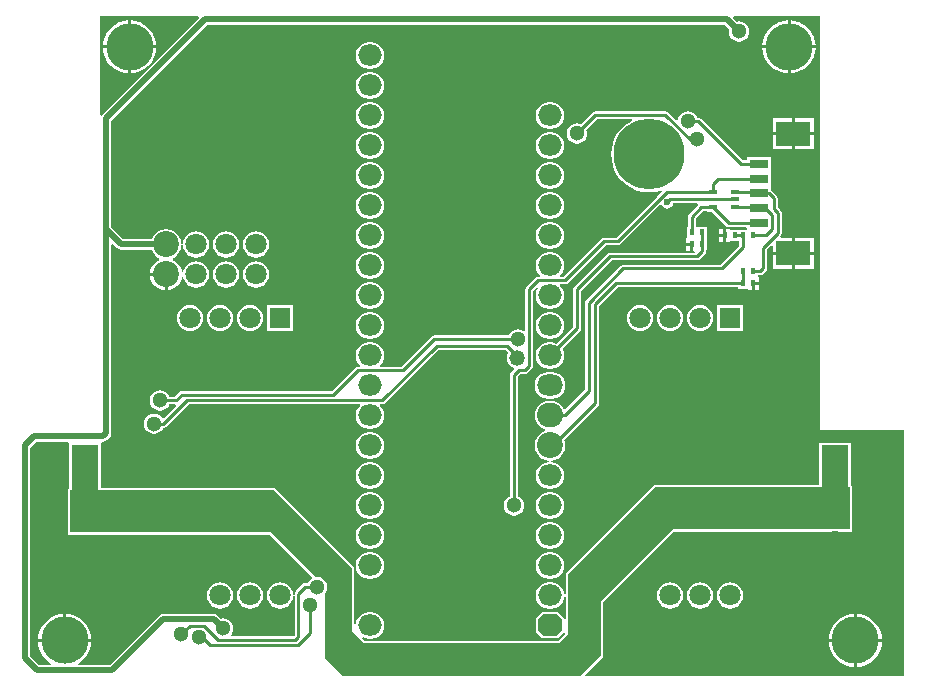
<source format=gtl>
G04*
G04 #@! TF.GenerationSoftware,Altium Limited,Altium NEXUS,1.0.11 (97)*
G04*
G04 Layer_Physical_Order=1*
G04 Layer_Color=255*
%FSLAX25Y25*%
%MOIN*%
G70*
G01*
G75*
%ADD10R,0.01772X0.02165*%
%ADD11R,0.02559X0.01575*%
%ADD12R,0.06299X0.03150*%
%ADD13R,0.11811X0.08268*%
%ADD14R,0.09055X0.18504*%
%ADD15C,0.01000*%
%ADD16C,0.01968*%
%ADD17C,0.08661*%
%ADD18C,0.07087*%
%ADD19C,0.23622*%
%ADD20R,0.07087X0.07087*%
%ADD21O,0.07874X0.07087*%
%ADD22O,0.08661X0.07087*%
%ADD23O,0.08661X0.08268*%
G04:AMPARAMS|DCode=24|XSize=78.74mil|YSize=70.87mil|CornerRadius=0mil|HoleSize=0mil|Usage=FLASHONLY|Rotation=180.000|XOffset=0mil|YOffset=0mil|HoleType=Round|Shape=Octagon|*
%AMOCTAGOND24*
4,1,8,-0.03937,0.01772,-0.03937,-0.01772,-0.02165,-0.03543,0.02165,-0.03543,0.03937,-0.01772,0.03937,0.01772,0.02165,0.03543,-0.02165,0.03543,-0.03937,0.01772,0.0*
%
%ADD24OCTAGOND24*%

%ADD25C,0.15748*%
%ADD26C,0.05197*%
%ADD27C,0.05118*%
%ADD28C,0.02362*%
G36*
X120000Y70000D02*
X148000D01*
Y-12000D01*
X41789D01*
X41597Y-11538D01*
X47568Y-5568D01*
X47742Y-5307D01*
X47803Y-5000D01*
Y12667D01*
X71333Y36197D01*
X123767D01*
X123819Y36208D01*
X123872Y36204D01*
X125000Y36353D01*
X126128Y36204D01*
X126181Y36208D01*
X126233Y36197D01*
X130000D01*
X130307Y36258D01*
X130568Y36432D01*
X130742Y36693D01*
X130803Y37000D01*
Y51000D01*
X130742Y51307D01*
X130568Y51568D01*
X130315Y51737D01*
Y65847D01*
X119685D01*
Y51803D01*
X65000D01*
X64693Y51742D01*
X64432Y51568D01*
X64432Y51568D01*
X35432Y22568D01*
X35258Y22307D01*
X35197Y22000D01*
Y15524D01*
X34697Y15491D01*
X34613Y16130D01*
X34177Y17184D01*
X33482Y18089D01*
X32578Y18783D01*
X31524Y19219D01*
X30394Y19368D01*
X29606D01*
X28476Y19219D01*
X27422Y18783D01*
X26518Y18089D01*
X25823Y17184D01*
X25387Y16130D01*
X25238Y15000D01*
X25387Y13870D01*
X25823Y12816D01*
X26518Y11911D01*
X27422Y11217D01*
X28476Y10781D01*
X29606Y10632D01*
X30394D01*
X31524Y10781D01*
X32578Y11217D01*
X33482Y11911D01*
X34177Y12816D01*
X34613Y13870D01*
X34697Y14509D01*
X35197Y14477D01*
Y7231D01*
X34697Y7193D01*
X32559Y9331D01*
X27441D01*
X25276Y7165D01*
Y2835D01*
X27441Y669D01*
X32559D01*
X34576Y2686D01*
X35097Y2565D01*
X35137Y2272D01*
X32667Y-197D01*
X-31668D01*
X-32514Y650D01*
X-32231Y1073D01*
X-31524Y781D01*
X-30394Y632D01*
X-29606D01*
X-28476Y781D01*
X-27422Y1217D01*
X-26518Y1911D01*
X-25823Y2816D01*
X-25387Y3870D01*
X-25238Y5000D01*
X-25387Y6131D01*
X-25823Y7184D01*
X-26518Y8089D01*
X-27422Y8783D01*
X-28476Y9219D01*
X-29606Y9368D01*
X-30394D01*
X-31524Y9219D01*
X-32578Y8783D01*
X-33482Y8089D01*
X-34177Y7184D01*
X-34613Y6131D01*
X-34697Y5491D01*
X-35197Y5523D01*
Y24000D01*
X-35258Y24307D01*
X-35432Y24568D01*
X-35432Y24568D01*
X-61432Y50568D01*
X-61693Y50742D01*
X-62000Y50803D01*
X-119685D01*
Y65847D01*
X-119329Y66194D01*
X-119000D01*
X-118309Y66331D01*
X-117723Y66723D01*
X-116723Y67723D01*
X-116331Y68309D01*
X-116194Y69000D01*
Y131986D01*
X-115732Y132177D01*
X-114277Y130723D01*
X-113691Y130331D01*
X-113000Y130194D01*
X-102792D01*
X-102471Y129419D01*
X-101650Y128350D01*
X-100581Y127529D01*
X-100185Y127365D01*
Y126865D01*
X-100688Y126656D01*
X-101802Y125802D01*
X-102656Y124688D01*
X-103193Y123392D01*
X-103311Y122500D01*
X-98000D01*
Y122000D01*
X-97500D01*
Y116689D01*
X-96608Y116806D01*
X-95312Y117344D01*
X-94198Y118198D01*
X-93344Y119312D01*
X-92807Y120608D01*
X-92748Y121054D01*
X-92243D01*
X-92219Y120870D01*
X-91783Y119816D01*
X-91089Y118911D01*
X-90184Y118217D01*
X-89131Y117781D01*
X-88000Y117632D01*
X-86870Y117781D01*
X-85816Y118217D01*
X-84911Y118911D01*
X-84217Y119816D01*
X-83781Y120870D01*
X-83632Y122000D01*
X-83781Y123131D01*
X-84217Y124184D01*
X-84911Y125089D01*
X-85816Y125783D01*
X-86870Y126219D01*
X-88000Y126368D01*
X-89131Y126219D01*
X-90184Y125783D01*
X-91089Y125089D01*
X-91783Y124184D01*
X-92219Y123131D01*
X-92243Y122946D01*
X-92748D01*
X-92807Y123392D01*
X-93344Y124688D01*
X-94198Y125802D01*
X-95312Y126656D01*
X-95815Y126865D01*
Y127365D01*
X-95419Y127529D01*
X-94350Y128350D01*
X-93529Y129419D01*
X-93014Y130664D01*
X-92885Y131644D01*
X-92855Y131868D01*
X-92351D01*
X-92321Y131644D01*
X-92219Y130869D01*
X-91783Y129816D01*
X-91089Y128911D01*
X-90184Y128217D01*
X-89131Y127781D01*
X-88000Y127632D01*
X-86870Y127781D01*
X-85816Y128217D01*
X-84911Y128911D01*
X-84217Y129816D01*
X-83781Y130869D01*
X-83632Y132000D01*
X-83781Y133131D01*
X-84217Y134184D01*
X-84911Y135089D01*
X-85816Y135783D01*
X-86870Y136219D01*
X-88000Y136368D01*
X-89131Y136219D01*
X-90184Y135783D01*
X-91089Y135089D01*
X-91783Y134184D01*
X-92219Y133131D01*
X-92321Y132356D01*
X-92351Y132132D01*
X-92855D01*
X-92885Y132356D01*
X-93014Y133336D01*
X-93529Y134581D01*
X-94350Y135650D01*
X-95419Y136471D01*
X-96664Y136986D01*
X-98000Y137162D01*
X-99336Y136986D01*
X-100581Y136471D01*
X-101650Y135650D01*
X-102471Y134581D01*
X-102792Y133806D01*
X-112252D01*
X-116194Y137748D01*
Y173252D01*
X-84252Y205194D01*
X88252D01*
X89720Y203725D01*
X89625Y203000D01*
X89740Y202126D01*
X90077Y201312D01*
X90613Y200613D01*
X91312Y200077D01*
X92126Y199740D01*
X93000Y199625D01*
X93874Y199740D01*
X94688Y200077D01*
X95387Y200613D01*
X95923Y201312D01*
X96260Y202126D01*
X96375Y203000D01*
X96260Y203874D01*
X95923Y204688D01*
X95387Y205387D01*
X94688Y205923D01*
X93874Y206260D01*
X93000Y206375D01*
X92275Y206280D01*
X91017Y207538D01*
X91208Y208000D01*
X120000D01*
Y70000D01*
D02*
G37*
G36*
X-87016Y207538D02*
X-119277Y175277D01*
X-119500Y174944D01*
X-120000Y175096D01*
Y208000D01*
X-87208D01*
X-87016Y207538D01*
D02*
G37*
G36*
X-130315Y65847D02*
Y50737D01*
X-130568Y50568D01*
X-130742Y50307D01*
X-130803Y50000D01*
Y36000D01*
X-130742Y35693D01*
X-130568Y35432D01*
X-130307Y35258D01*
X-130000Y35197D01*
X-63332D01*
X-49369Y21234D01*
X-49484Y20642D01*
X-50017Y20233D01*
X-50553Y19534D01*
X-50708Y19159D01*
X-51593D01*
X-52096Y19059D01*
X-52521Y18775D01*
X-54775Y16521D01*
X-55059Y16096D01*
X-55159Y15593D01*
Y15239D01*
X-55659Y15206D01*
X-55669Y15278D01*
X-55781Y16130D01*
X-56217Y17184D01*
X-56911Y18089D01*
X-57816Y18783D01*
X-58869Y19219D01*
X-60000Y19368D01*
X-61130Y19219D01*
X-62184Y18783D01*
X-63089Y18089D01*
X-63783Y17184D01*
X-64219Y16130D01*
X-64368Y15000D01*
X-64219Y13870D01*
X-63783Y12816D01*
X-63089Y11911D01*
X-62184Y11217D01*
X-61130Y10781D01*
X-60000Y10632D01*
X-58869Y10781D01*
X-57816Y11217D01*
X-56911Y11911D01*
X-56217Y12816D01*
X-55781Y13870D01*
X-55669Y14722D01*
X-55659Y14794D01*
X-55159Y14761D01*
Y1697D01*
X-55390Y1466D01*
X-76096D01*
X-76342Y1966D01*
X-76077Y2312D01*
X-75740Y3126D01*
X-75625Y4000D01*
X-75740Y4874D01*
X-76077Y5688D01*
X-76613Y6387D01*
X-77312Y6923D01*
X-78126Y7260D01*
X-79000Y7375D01*
X-79725Y7280D01*
X-80841Y8395D01*
X-81427Y8787D01*
X-82118Y8924D01*
X-98882D01*
X-99573Y8787D01*
X-100159Y8395D01*
X-116748Y-8194D01*
X-127277D01*
X-127398Y-7709D01*
X-126847Y-7414D01*
X-125496Y-6305D01*
X-124387Y-4954D01*
X-123563Y-3412D01*
X-123056Y-1740D01*
X-122933Y-500D01*
X-140669D01*
X-140547Y-1740D01*
X-140039Y-3412D01*
X-139215Y-4954D01*
X-138106Y-6305D01*
X-136755Y-7414D01*
X-136204Y-7709D01*
X-136326Y-8194D01*
X-140252D01*
X-143194Y-5252D01*
Y64252D01*
X-141252Y66194D01*
X-130671D01*
X-130315Y65847D01*
D02*
G37*
G36*
X130000Y37000D02*
X126233D01*
X125000Y37162D01*
X123767Y37000D01*
X71000D01*
X47000Y13000D01*
Y-5000D01*
X40000Y-12000D01*
X-39000D01*
X-45000Y-6000D01*
Y15777D01*
X-44707Y16159D01*
X-44370Y16973D01*
X-44255Y17846D01*
X-44370Y18720D01*
X-44707Y19534D01*
X-45243Y20233D01*
X-45942Y20770D01*
X-46756Y21107D01*
X-47630Y21222D01*
X-48153Y21153D01*
X-63000Y36000D01*
X-130000D01*
Y50000D01*
X-62000D01*
X-36000Y24000D01*
Y3000D01*
X-32000Y-1000D01*
X33000D01*
X36000Y2000D01*
Y22000D01*
X65000Y51000D01*
X130000D01*
Y37000D01*
D02*
G37*
%LPC*%
G36*
X110196Y206771D02*
Y198404D01*
X118564D01*
X118442Y199643D01*
X117934Y201316D01*
X117110Y202858D01*
X116001Y204209D01*
X114650Y205318D01*
X113109Y206142D01*
X111436Y206649D01*
X110196Y206771D01*
D02*
G37*
G36*
X109196D02*
X107957Y206649D01*
X106284Y206142D01*
X104742Y205318D01*
X103391Y204209D01*
X102282Y202858D01*
X101458Y201316D01*
X100951Y199643D01*
X100828Y198404D01*
X109196D01*
Y206771D01*
D02*
G37*
G36*
X-29606Y199368D02*
X-30394D01*
X-31524Y199219D01*
X-32578Y198783D01*
X-33482Y198089D01*
X-34177Y197184D01*
X-34613Y196131D01*
X-34762Y195000D01*
X-34613Y193869D01*
X-34177Y192816D01*
X-33482Y191911D01*
X-32578Y191217D01*
X-31524Y190781D01*
X-30394Y190632D01*
X-29606D01*
X-28476Y190781D01*
X-27422Y191217D01*
X-26518Y191911D01*
X-25823Y192816D01*
X-25387Y193869D01*
X-25238Y195000D01*
X-25387Y196131D01*
X-25823Y197184D01*
X-26518Y198089D01*
X-27422Y198783D01*
X-28476Y199219D01*
X-29606Y199368D01*
D02*
G37*
G36*
X118564Y197404D02*
X110196D01*
Y189036D01*
X111436Y189158D01*
X113109Y189665D01*
X114650Y190489D01*
X116001Y191598D01*
X117110Y192950D01*
X117934Y194491D01*
X118442Y196164D01*
X118564Y197404D01*
D02*
G37*
G36*
X109196D02*
X100828D01*
X100951Y196164D01*
X101458Y194491D01*
X102282Y192950D01*
X103391Y191598D01*
X104742Y190489D01*
X106284Y189665D01*
X107957Y189158D01*
X109196Y189036D01*
Y197404D01*
D02*
G37*
G36*
X-29606Y189368D02*
X-30394D01*
X-31524Y189219D01*
X-32578Y188783D01*
X-33482Y188089D01*
X-34177Y187184D01*
X-34613Y186130D01*
X-34762Y185000D01*
X-34613Y183870D01*
X-34177Y182816D01*
X-33482Y181911D01*
X-32578Y181217D01*
X-31524Y180781D01*
X-30394Y180632D01*
X-29606D01*
X-28476Y180781D01*
X-27422Y181217D01*
X-26518Y181911D01*
X-25823Y182816D01*
X-25387Y183870D01*
X-25238Y185000D01*
X-25387Y186130D01*
X-25823Y187184D01*
X-26518Y188089D01*
X-27422Y188783D01*
X-28476Y189219D01*
X-29606Y189368D01*
D02*
G37*
G36*
X30394Y179368D02*
X29606D01*
X28476Y179219D01*
X27422Y178783D01*
X26518Y178089D01*
X25823Y177184D01*
X25387Y176130D01*
X25238Y175000D01*
X25387Y173870D01*
X25823Y172816D01*
X26518Y171911D01*
X27422Y171217D01*
X28476Y170781D01*
X29606Y170632D01*
X30394D01*
X31524Y170781D01*
X32578Y171217D01*
X33482Y171911D01*
X34177Y172816D01*
X34613Y173870D01*
X34762Y175000D01*
X34613Y176130D01*
X34177Y177184D01*
X33482Y178089D01*
X32578Y178783D01*
X31524Y179219D01*
X30394Y179368D01*
D02*
G37*
G36*
X-29606D02*
X-30394D01*
X-31524Y179219D01*
X-32578Y178783D01*
X-33482Y178089D01*
X-34177Y177184D01*
X-34613Y176130D01*
X-34762Y175000D01*
X-34613Y173870D01*
X-34177Y172816D01*
X-33482Y171911D01*
X-32578Y171217D01*
X-31524Y170781D01*
X-30394Y170632D01*
X-29606D01*
X-28476Y170781D01*
X-27422Y171217D01*
X-26518Y171911D01*
X-25823Y172816D01*
X-25387Y173870D01*
X-25238Y175000D01*
X-25387Y176130D01*
X-25823Y177184D01*
X-26518Y178089D01*
X-27422Y178783D01*
X-28476Y179219D01*
X-29606Y179368D01*
D02*
G37*
G36*
X117992Y174016D02*
X111587D01*
Y169382D01*
X117992D01*
Y174016D01*
D02*
G37*
G36*
X110587D02*
X104182D01*
Y169382D01*
X110587D01*
Y174016D01*
D02*
G37*
G36*
X117992Y168382D02*
X111587D01*
Y163748D01*
X117992D01*
Y168382D01*
D02*
G37*
G36*
X110587D02*
X104182D01*
Y163748D01*
X110587D01*
Y168382D01*
D02*
G37*
G36*
X30394Y169368D02*
X29606D01*
X28476Y169219D01*
X27422Y168783D01*
X26518Y168089D01*
X25823Y167184D01*
X25387Y166130D01*
X25238Y165000D01*
X25387Y163870D01*
X25823Y162816D01*
X26518Y161911D01*
X27422Y161217D01*
X28476Y160781D01*
X29606Y160632D01*
X30394D01*
X31524Y160781D01*
X32578Y161217D01*
X33482Y161911D01*
X34177Y162816D01*
X34613Y163870D01*
X34762Y165000D01*
X34613Y166130D01*
X34177Y167184D01*
X33482Y168089D01*
X32578Y168783D01*
X31524Y169219D01*
X30394Y169368D01*
D02*
G37*
G36*
X-29606D02*
X-30394D01*
X-31524Y169219D01*
X-32578Y168783D01*
X-33482Y168089D01*
X-34177Y167184D01*
X-34613Y166130D01*
X-34762Y165000D01*
X-34613Y163870D01*
X-34177Y162816D01*
X-33482Y161911D01*
X-32578Y161217D01*
X-31524Y160781D01*
X-30394Y160632D01*
X-29606D01*
X-28476Y160781D01*
X-27422Y161217D01*
X-26518Y161911D01*
X-25823Y162816D01*
X-25387Y163870D01*
X-25238Y165000D01*
X-25387Y166130D01*
X-25823Y167184D01*
X-26518Y168089D01*
X-27422Y168783D01*
X-28476Y169219D01*
X-29606Y169368D01*
D02*
G37*
G36*
X30394Y159368D02*
X29606D01*
X28476Y159219D01*
X27422Y158783D01*
X26518Y158089D01*
X25823Y157184D01*
X25387Y156131D01*
X25238Y155000D01*
X25387Y153869D01*
X25823Y152816D01*
X26518Y151911D01*
X27422Y151217D01*
X28476Y150781D01*
X29606Y150632D01*
X30394D01*
X31524Y150781D01*
X32578Y151217D01*
X33482Y151911D01*
X34177Y152816D01*
X34613Y153869D01*
X34762Y155000D01*
X34613Y156131D01*
X34177Y157184D01*
X33482Y158089D01*
X32578Y158783D01*
X31524Y159219D01*
X30394Y159368D01*
D02*
G37*
G36*
X-29606D02*
X-30394D01*
X-31524Y159219D01*
X-32578Y158783D01*
X-33482Y158089D01*
X-34177Y157184D01*
X-34613Y156131D01*
X-34762Y155000D01*
X-34613Y153869D01*
X-34177Y152816D01*
X-33482Y151911D01*
X-32578Y151217D01*
X-31524Y150781D01*
X-30394Y150632D01*
X-29606D01*
X-28476Y150781D01*
X-27422Y151217D01*
X-26518Y151911D01*
X-25823Y152816D01*
X-25387Y153869D01*
X-25238Y155000D01*
X-25387Y156131D01*
X-25823Y157184D01*
X-26518Y158089D01*
X-27422Y158783D01*
X-28476Y159219D01*
X-29606Y159368D01*
D02*
G37*
G36*
X30394Y149368D02*
X29606D01*
X28476Y149219D01*
X27422Y148783D01*
X26518Y148089D01*
X25823Y147184D01*
X25387Y146131D01*
X25238Y145000D01*
X25387Y143869D01*
X25823Y142816D01*
X26518Y141911D01*
X27422Y141217D01*
X28476Y140781D01*
X29606Y140632D01*
X30394D01*
X31524Y140781D01*
X32578Y141217D01*
X33482Y141911D01*
X34177Y142816D01*
X34613Y143869D01*
X34762Y145000D01*
X34613Y146131D01*
X34177Y147184D01*
X33482Y148089D01*
X32578Y148783D01*
X31524Y149219D01*
X30394Y149368D01*
D02*
G37*
G36*
X-29606D02*
X-30394D01*
X-31524Y149219D01*
X-32578Y148783D01*
X-33482Y148089D01*
X-34177Y147184D01*
X-34613Y146131D01*
X-34762Y145000D01*
X-34613Y143869D01*
X-34177Y142816D01*
X-33482Y141911D01*
X-32578Y141217D01*
X-31524Y140781D01*
X-30394Y140632D01*
X-29606D01*
X-28476Y140781D01*
X-27422Y141217D01*
X-26518Y141911D01*
X-25823Y142816D01*
X-25387Y143869D01*
X-25238Y145000D01*
X-25387Y146131D01*
X-25823Y147184D01*
X-26518Y148089D01*
X-27422Y148783D01*
X-28476Y149219D01*
X-29606Y149368D01*
D02*
G37*
G36*
X68426Y176411D02*
X45098D01*
X44596Y176311D01*
X44170Y176027D01*
X40249Y172105D01*
X39874Y172260D01*
X39000Y172375D01*
X38126Y172260D01*
X37312Y171923D01*
X36613Y171387D01*
X36077Y170688D01*
X35740Y169874D01*
X35625Y169000D01*
X35740Y168126D01*
X36077Y167312D01*
X36613Y166613D01*
X37312Y166077D01*
X38126Y165740D01*
X39000Y165625D01*
X39874Y165740D01*
X40688Y166077D01*
X41387Y166613D01*
X41923Y167312D01*
X42260Y168126D01*
X42375Y169000D01*
X42260Y169874D01*
X42105Y170249D01*
X45642Y173786D01*
X57251D01*
X57348Y173295D01*
X57263Y173260D01*
X55572Y172224D01*
X54064Y170936D01*
X52776Y169428D01*
X51740Y167737D01*
X50981Y165905D01*
X50518Y163977D01*
X50363Y162000D01*
X50518Y160023D01*
X50981Y158095D01*
X51740Y156263D01*
X52776Y154572D01*
X54064Y153064D01*
X55572Y151776D01*
X57263Y150740D01*
X59095Y149981D01*
X61023Y149518D01*
X63000Y149363D01*
X64977Y149518D01*
X66905Y149981D01*
X66967Y150007D01*
X67251Y149583D01*
X67094Y149427D01*
X67049Y149397D01*
X65603Y147951D01*
X65573Y147906D01*
X51980Y134313D01*
X48000D01*
X47498Y134213D01*
X47072Y133928D01*
X34456Y121313D01*
X33480D01*
X33319Y121786D01*
X33482Y121911D01*
X34177Y122816D01*
X34613Y123870D01*
X34762Y125000D01*
X34613Y126130D01*
X34177Y127184D01*
X33482Y128089D01*
X32578Y128783D01*
X31524Y129219D01*
X30394Y129368D01*
X29606D01*
X28476Y129219D01*
X27422Y128783D01*
X26518Y128089D01*
X25823Y127184D01*
X25387Y126130D01*
X25238Y125000D01*
X25387Y123870D01*
X25823Y122816D01*
X26518Y121911D01*
X26681Y121786D01*
X26520Y121313D01*
X26000D01*
X25498Y121213D01*
X25072Y120928D01*
X22210Y118066D01*
X21925Y117640D01*
X21825Y117138D01*
Y103298D01*
X21325Y103051D01*
X20979Y103317D01*
X20165Y103654D01*
X19291Y103769D01*
X18418Y103654D01*
X17604Y103317D01*
X16905Y102780D01*
X16368Y102081D01*
X16213Y101706D01*
X-8577D01*
X-8601Y101711D01*
X-9104Y101611D01*
X-9530Y101327D01*
X-19544Y91313D01*
X-26520D01*
X-26681Y91786D01*
X-26518Y91911D01*
X-25823Y92816D01*
X-25387Y93870D01*
X-25238Y95000D01*
X-25387Y96131D01*
X-25823Y97184D01*
X-26518Y98089D01*
X-27422Y98783D01*
X-28476Y99219D01*
X-29606Y99368D01*
X-30394D01*
X-31524Y99219D01*
X-32578Y98783D01*
X-33482Y98089D01*
X-34177Y97184D01*
X-34613Y96131D01*
X-34762Y95000D01*
X-34613Y93870D01*
X-34177Y92816D01*
X-33482Y91911D01*
X-33319Y91786D01*
X-33480Y91313D01*
X-34000D01*
X-34502Y91213D01*
X-34928Y90928D01*
X-42756Y83100D01*
X-92740D01*
X-93243Y83000D01*
X-93669Y82716D01*
X-95072Y81313D01*
X-96921D01*
X-97077Y81688D01*
X-97613Y82387D01*
X-98312Y82923D01*
X-99126Y83260D01*
X-100000Y83375D01*
X-100874Y83260D01*
X-101688Y82923D01*
X-102387Y82387D01*
X-102923Y81688D01*
X-103260Y80874D01*
X-103375Y80000D01*
X-103260Y79126D01*
X-102923Y78312D01*
X-102387Y77613D01*
X-101688Y77077D01*
X-100874Y76740D01*
X-100000Y76625D01*
X-99126Y76740D01*
X-98312Y77077D01*
X-97613Y77613D01*
X-97077Y78312D01*
X-96921Y78687D01*
X-94913D01*
X-94706Y78187D01*
X-98668Y74225D01*
X-99318Y74282D01*
X-99613Y74666D01*
X-100312Y75203D01*
X-101126Y75540D01*
X-102000Y75655D01*
X-102874Y75540D01*
X-103688Y75203D01*
X-104387Y74666D01*
X-104923Y73967D01*
X-105260Y73153D01*
X-105375Y72280D01*
X-105260Y71406D01*
X-104923Y70592D01*
X-104387Y69893D01*
X-103688Y69356D01*
X-102874Y69019D01*
X-102000Y68904D01*
X-101126Y69019D01*
X-100312Y69356D01*
X-99613Y69893D01*
X-99077Y70592D01*
X-99037Y70688D01*
X-99037Y70687D01*
X-98535Y70787D01*
X-98109Y71072D01*
X-90493Y78687D01*
X-33480D01*
X-33319Y78214D01*
X-33482Y78089D01*
X-34177Y77184D01*
X-34613Y76130D01*
X-34762Y75000D01*
X-34613Y73870D01*
X-34177Y72816D01*
X-33482Y71911D01*
X-32578Y71217D01*
X-31524Y70781D01*
X-30394Y70632D01*
X-29606D01*
X-28476Y70781D01*
X-27422Y71217D01*
X-26518Y71911D01*
X-25823Y72816D01*
X-25387Y73870D01*
X-25238Y75000D01*
X-25387Y76130D01*
X-25823Y77184D01*
X-26518Y78089D01*
X-26681Y78214D01*
X-26520Y78687D01*
X-26000D01*
X-25498Y78787D01*
X-25072Y79072D01*
X-7228Y96916D01*
X15228D01*
X16226Y95918D01*
X16137Y95802D01*
X15796Y94978D01*
X15679Y94095D01*
X15796Y93211D01*
X16137Y92387D01*
X16680Y91680D01*
X17387Y91137D01*
X17866Y90939D01*
X17983Y90349D01*
X17072Y89437D01*
X16787Y89011D01*
X16687Y88509D01*
Y48079D01*
X16312Y47923D01*
X15613Y47387D01*
X15077Y46688D01*
X14740Y45874D01*
X14625Y45000D01*
X14740Y44126D01*
X15077Y43312D01*
X15613Y42613D01*
X16312Y42077D01*
X17126Y41740D01*
X18000Y41625D01*
X18874Y41740D01*
X19688Y42077D01*
X20387Y42613D01*
X20923Y43312D01*
X21260Y44126D01*
X21375Y45000D01*
X21260Y45874D01*
X20923Y46688D01*
X20387Y47387D01*
X19688Y47923D01*
X19313Y48079D01*
Y87965D01*
X20149Y88801D01*
X21610D01*
X22112Y88902D01*
X22538Y89186D01*
X24066Y90714D01*
X24351Y91140D01*
X24450Y91642D01*
Y116594D01*
X25697Y117841D01*
X26074Y117510D01*
X25823Y117184D01*
X25387Y116130D01*
X25238Y115000D01*
X25387Y113870D01*
X25823Y112816D01*
X26518Y111911D01*
X27422Y111217D01*
X28476Y110781D01*
X29606Y110632D01*
X30394D01*
X31524Y110781D01*
X32578Y111217D01*
X33482Y111911D01*
X34177Y112816D01*
X34613Y113870D01*
X34762Y115000D01*
X34613Y116130D01*
X34177Y117184D01*
X33482Y118089D01*
X33319Y118214D01*
X33480Y118687D01*
X35000D01*
X35502Y118787D01*
X35928Y119072D01*
X48544Y131687D01*
X52524D01*
X53026Y131787D01*
X53452Y132072D01*
X66664Y145284D01*
X67215Y145128D01*
X67581Y144581D01*
X68232Y144146D01*
X69000Y143993D01*
X69768Y144146D01*
X70419Y144581D01*
X70854Y145232D01*
X70945Y145687D01*
X79124D01*
X79331Y145187D01*
X76300Y142157D01*
X76016Y141731D01*
X75916Y141228D01*
Y137870D01*
X75555D01*
Y134495D01*
X75343Y134083D01*
X75343Y133718D01*
Y132500D01*
X77228D01*
Y132000D01*
X77728D01*
Y129917D01*
X77920D01*
X78187Y129417D01*
X78117Y129313D01*
X50000D01*
X49498Y129213D01*
X49072Y128928D01*
X38072Y117928D01*
X37787Y117502D01*
X37687Y117000D01*
Y104544D01*
X32117Y98974D01*
X31524Y99219D01*
X30394Y99368D01*
X29606D01*
X28476Y99219D01*
X27422Y98783D01*
X26518Y98089D01*
X25823Y97184D01*
X25387Y96131D01*
X25238Y95000D01*
X25387Y93870D01*
X25823Y92816D01*
X26518Y91911D01*
X27422Y91217D01*
X28476Y90781D01*
X29606Y90632D01*
X30394D01*
X31524Y90781D01*
X32578Y91217D01*
X33482Y91911D01*
X34177Y92816D01*
X34613Y93870D01*
X34762Y95000D01*
X34613Y96131D01*
X34177Y97184D01*
X34117Y97261D01*
X39928Y103072D01*
X40213Y103498D01*
X40313Y104000D01*
Y116456D01*
X50544Y126687D01*
X79000D01*
X79502Y126787D01*
X79928Y127072D01*
X81700Y128843D01*
X81984Y129269D01*
X82084Y129772D01*
Y130130D01*
X82445D01*
Y133870D01*
X82445D01*
X82445Y134130D01*
X82445D01*
Y137870D01*
X78895Y137870D01*
X78541Y138224D01*
Y140685D01*
X80985Y143128D01*
X82193D01*
Y142866D01*
X83978D01*
X88615Y138229D01*
X89041Y137945D01*
X89543Y137845D01*
X95378D01*
X95732Y137491D01*
X95732Y136870D01*
X95433Y136870D01*
X90114D01*
Y137083D01*
X88728D01*
Y135000D01*
Y132917D01*
X90114D01*
Y133130D01*
X92916D01*
Y131544D01*
X86685Y125313D01*
X54472D01*
X53970Y125213D01*
X53544Y124928D01*
X42072Y113456D01*
X41787Y113030D01*
X41687Y112528D01*
Y83544D01*
X35145Y77001D01*
X34654Y77099D01*
X34496Y77482D01*
X33707Y78510D01*
X32679Y79299D01*
X31482Y79795D01*
X30197Y79964D01*
X29803D01*
X28518Y79795D01*
X27321Y79299D01*
X26293Y78510D01*
X25504Y77482D01*
X25008Y76285D01*
X24839Y75000D01*
X25008Y73715D01*
X25504Y72518D01*
X26293Y71490D01*
X27321Y70701D01*
X28202Y70336D01*
Y69795D01*
X27419Y69471D01*
X26350Y68650D01*
X25529Y67581D01*
X25014Y66336D01*
X24838Y65000D01*
X25014Y63664D01*
X25529Y62419D01*
X26350Y61350D01*
X27419Y60529D01*
X28664Y60014D01*
X29744Y59872D01*
X29770Y59868D01*
X29750Y59562D01*
X29344Y59333D01*
X28476Y59219D01*
X27422Y58783D01*
X26518Y58089D01*
X25823Y57184D01*
X25387Y56130D01*
X25238Y55000D01*
X25387Y53869D01*
X25823Y52816D01*
X26518Y51911D01*
X27422Y51217D01*
X28476Y50781D01*
X29606Y50632D01*
X30394D01*
X31524Y50781D01*
X32578Y51217D01*
X33482Y51911D01*
X34177Y52816D01*
X34613Y53869D01*
X34762Y55000D01*
X34613Y56130D01*
X34177Y57184D01*
X33482Y58089D01*
X32578Y58783D01*
X31524Y59219D01*
X30656Y59333D01*
X30250Y59562D01*
X30231Y59868D01*
X30256Y59872D01*
X31336Y60014D01*
X32581Y60529D01*
X33650Y61350D01*
X34471Y62419D01*
X34986Y63664D01*
X35162Y65000D01*
X34986Y66336D01*
X34754Y66897D01*
X45928Y78072D01*
X46213Y78498D01*
X46313Y79000D01*
Y111456D01*
X52544Y117687D01*
X92555D01*
Y117130D01*
X95886D01*
Y116917D01*
X97272D01*
Y119000D01*
X97772D01*
Y119500D01*
X99657D01*
Y121083D01*
X99445Y121130D01*
Y121687D01*
X100000D01*
X100502Y121787D01*
X100928Y122072D01*
X101928Y123072D01*
X102213Y123498D01*
X102313Y124000D01*
Y130347D01*
X103720Y131754D01*
X104182Y131563D01*
Y129618D01*
X110587D01*
Y134252D01*
X106870D01*
X106679Y134714D01*
X106822Y134856D01*
X107106Y135282D01*
X107206Y135784D01*
Y142616D01*
X107106Y143118D01*
X106822Y143544D01*
X105844Y144521D01*
Y147468D01*
X105744Y147971D01*
X105460Y148397D01*
X103928Y149928D01*
X103606Y150143D01*
Y151362D01*
X103606D01*
Y151559D01*
X103606D01*
Y156283D01*
X103606D01*
Y156480D01*
X103606D01*
Y161205D01*
X95732D01*
Y160155D01*
X94173D01*
X80400Y173928D01*
X79975Y174213D01*
X79472Y174313D01*
X79079D01*
X78923Y174688D01*
X78387Y175387D01*
X77688Y175923D01*
X76874Y176260D01*
X76000Y176375D01*
X75126Y176260D01*
X74312Y175923D01*
X73613Y175387D01*
X73077Y174688D01*
X72740Y173874D01*
X72679Y173409D01*
X72151Y173230D01*
X69354Y176027D01*
X68928Y176311D01*
X68426Y176411D01*
D02*
G37*
G36*
X87728Y137083D02*
X86343D01*
Y135500D01*
X87728D01*
Y137083D01*
D02*
G37*
G36*
Y134500D02*
X86343D01*
Y132917D01*
X87728D01*
Y134500D01*
D02*
G37*
G36*
X30394Y139368D02*
X29606D01*
X28476Y139219D01*
X27422Y138783D01*
X26518Y138089D01*
X25823Y137184D01*
X25387Y136130D01*
X25238Y135000D01*
X25387Y133870D01*
X25823Y132816D01*
X26518Y131911D01*
X27422Y131217D01*
X28476Y130781D01*
X29606Y130632D01*
X30394D01*
X31524Y130781D01*
X32578Y131217D01*
X33482Y131911D01*
X34177Y132816D01*
X34613Y133870D01*
X34762Y135000D01*
X34613Y136130D01*
X34177Y137184D01*
X33482Y138089D01*
X32578Y138783D01*
X31524Y139219D01*
X30394Y139368D01*
D02*
G37*
G36*
X-29606D02*
X-30394D01*
X-31524Y139219D01*
X-32578Y138783D01*
X-33482Y138089D01*
X-34177Y137184D01*
X-34613Y136130D01*
X-34762Y135000D01*
X-34613Y133870D01*
X-34177Y132816D01*
X-33482Y131911D01*
X-32578Y131217D01*
X-31524Y130781D01*
X-30394Y130632D01*
X-29606D01*
X-28476Y130781D01*
X-27422Y131217D01*
X-26518Y131911D01*
X-25823Y132816D01*
X-25387Y133870D01*
X-25238Y135000D01*
X-25387Y136130D01*
X-25823Y137184D01*
X-26518Y138089D01*
X-27422Y138783D01*
X-28476Y139219D01*
X-29606Y139368D01*
D02*
G37*
G36*
X76728Y131500D02*
X75343D01*
Y129917D01*
X76728D01*
Y131500D01*
D02*
G37*
G36*
X117992Y134252D02*
X111587D01*
Y129618D01*
X117992D01*
Y134252D01*
D02*
G37*
G36*
X-68000Y136368D02*
X-69130Y136219D01*
X-70184Y135783D01*
X-71089Y135089D01*
X-71783Y134184D01*
X-72219Y133131D01*
X-72368Y132000D01*
X-72219Y130869D01*
X-71783Y129816D01*
X-71089Y128911D01*
X-70184Y128217D01*
X-69130Y127781D01*
X-68000Y127632D01*
X-66869Y127781D01*
X-65816Y128217D01*
X-64911Y128911D01*
X-64217Y129816D01*
X-63781Y130869D01*
X-63632Y132000D01*
X-63781Y133131D01*
X-64217Y134184D01*
X-64911Y135089D01*
X-65816Y135783D01*
X-66869Y136219D01*
X-68000Y136368D01*
D02*
G37*
G36*
X-78000D02*
X-79131Y136219D01*
X-80184Y135783D01*
X-81089Y135089D01*
X-81783Y134184D01*
X-82219Y133131D01*
X-82368Y132000D01*
X-82219Y130869D01*
X-81783Y129816D01*
X-81089Y128911D01*
X-80184Y128217D01*
X-79131Y127781D01*
X-78000Y127632D01*
X-76869Y127781D01*
X-75816Y128217D01*
X-74911Y128911D01*
X-74217Y129816D01*
X-73781Y130869D01*
X-73632Y132000D01*
X-73781Y133131D01*
X-74217Y134184D01*
X-74911Y135089D01*
X-75816Y135783D01*
X-76869Y136219D01*
X-78000Y136368D01*
D02*
G37*
G36*
X117992Y128618D02*
X111587D01*
Y123984D01*
X117992D01*
Y128618D01*
D02*
G37*
G36*
X110587D02*
X104182D01*
Y123984D01*
X110587D01*
Y128618D01*
D02*
G37*
G36*
X-29606Y129368D02*
X-30394D01*
X-31524Y129219D01*
X-32578Y128783D01*
X-33482Y128089D01*
X-34177Y127184D01*
X-34613Y126130D01*
X-34762Y125000D01*
X-34613Y123870D01*
X-34177Y122816D01*
X-33482Y121911D01*
X-32578Y121217D01*
X-31524Y120781D01*
X-30394Y120632D01*
X-29606D01*
X-28476Y120781D01*
X-27422Y121217D01*
X-26518Y121911D01*
X-25823Y122816D01*
X-25387Y123870D01*
X-25238Y125000D01*
X-25387Y126130D01*
X-25823Y127184D01*
X-26518Y128089D01*
X-27422Y128783D01*
X-28476Y129219D01*
X-29606Y129368D01*
D02*
G37*
G36*
X-68000Y126368D02*
X-69130Y126219D01*
X-70184Y125783D01*
X-71089Y125089D01*
X-71783Y124184D01*
X-72219Y123131D01*
X-72368Y122000D01*
X-72219Y120870D01*
X-71783Y119816D01*
X-71089Y118911D01*
X-70184Y118217D01*
X-69130Y117781D01*
X-68000Y117632D01*
X-66869Y117781D01*
X-65816Y118217D01*
X-64911Y118911D01*
X-64217Y119816D01*
X-63781Y120870D01*
X-63632Y122000D01*
X-63781Y123131D01*
X-64217Y124184D01*
X-64911Y125089D01*
X-65816Y125783D01*
X-66869Y126219D01*
X-68000Y126368D01*
D02*
G37*
G36*
X-78000D02*
X-79131Y126219D01*
X-80184Y125783D01*
X-81089Y125089D01*
X-81783Y124184D01*
X-82219Y123131D01*
X-82368Y122000D01*
X-82219Y120870D01*
X-81783Y119816D01*
X-81089Y118911D01*
X-80184Y118217D01*
X-79131Y117781D01*
X-78000Y117632D01*
X-76869Y117781D01*
X-75816Y118217D01*
X-74911Y118911D01*
X-74217Y119816D01*
X-73781Y120870D01*
X-73632Y122000D01*
X-73781Y123131D01*
X-74217Y124184D01*
X-74911Y125089D01*
X-75816Y125783D01*
X-76869Y126219D01*
X-78000Y126368D01*
D02*
G37*
G36*
X99657Y118500D02*
X98272D01*
Y116917D01*
X99657D01*
Y118500D01*
D02*
G37*
G36*
X-98500Y121500D02*
X-103311D01*
X-103193Y120608D01*
X-102656Y119312D01*
X-101802Y118198D01*
X-100688Y117344D01*
X-99392Y116806D01*
X-98500Y116689D01*
Y121500D01*
D02*
G37*
G36*
X-29606Y119368D02*
X-30394D01*
X-31524Y119219D01*
X-32578Y118783D01*
X-33482Y118089D01*
X-34177Y117184D01*
X-34613Y116130D01*
X-34762Y115000D01*
X-34613Y113870D01*
X-34177Y112816D01*
X-33482Y111911D01*
X-32578Y111217D01*
X-31524Y110781D01*
X-30394Y110632D01*
X-29606D01*
X-28476Y110781D01*
X-27422Y111217D01*
X-26518Y111911D01*
X-25823Y112816D01*
X-25387Y113870D01*
X-25238Y115000D01*
X-25387Y116130D01*
X-25823Y117184D01*
X-26518Y118089D01*
X-27422Y118783D01*
X-28476Y119219D01*
X-29606Y119368D01*
D02*
G37*
G36*
X94331Y111831D02*
X85669D01*
Y103169D01*
X94331D01*
Y111831D01*
D02*
G37*
G36*
X-55669D02*
X-64331D01*
Y103169D01*
X-55669D01*
Y111831D01*
D02*
G37*
G36*
X80000Y111868D02*
X78869Y111719D01*
X77816Y111283D01*
X76911Y110589D01*
X76217Y109684D01*
X75781Y108631D01*
X75632Y107500D01*
X75781Y106369D01*
X76217Y105316D01*
X76911Y104411D01*
X77816Y103717D01*
X78869Y103281D01*
X80000Y103132D01*
X81130Y103281D01*
X82184Y103717D01*
X83089Y104411D01*
X83783Y105316D01*
X84219Y106369D01*
X84368Y107500D01*
X84219Y108631D01*
X83783Y109684D01*
X83089Y110589D01*
X82184Y111283D01*
X81130Y111719D01*
X80000Y111868D01*
D02*
G37*
G36*
X70000D02*
X68870Y111719D01*
X67816Y111283D01*
X66911Y110589D01*
X66217Y109684D01*
X65781Y108631D01*
X65632Y107500D01*
X65781Y106369D01*
X66217Y105316D01*
X66911Y104411D01*
X67816Y103717D01*
X68870Y103281D01*
X70000Y103132D01*
X71131Y103281D01*
X72184Y103717D01*
X73089Y104411D01*
X73783Y105316D01*
X74219Y106369D01*
X74368Y107500D01*
X74219Y108631D01*
X73783Y109684D01*
X73089Y110589D01*
X72184Y111283D01*
X71131Y111719D01*
X70000Y111868D01*
D02*
G37*
G36*
X60000D02*
X58869Y111719D01*
X57816Y111283D01*
X56911Y110589D01*
X56217Y109684D01*
X55781Y108631D01*
X55632Y107500D01*
X55781Y106369D01*
X56217Y105316D01*
X56911Y104411D01*
X57816Y103717D01*
X58869Y103281D01*
X60000Y103132D01*
X61130Y103281D01*
X62184Y103717D01*
X63089Y104411D01*
X63783Y105316D01*
X64219Y106369D01*
X64368Y107500D01*
X64219Y108631D01*
X63783Y109684D01*
X63089Y110589D01*
X62184Y111283D01*
X61130Y111719D01*
X60000Y111868D01*
D02*
G37*
G36*
X-70000D02*
X-71131Y111719D01*
X-72184Y111283D01*
X-73089Y110589D01*
X-73783Y109684D01*
X-74219Y108631D01*
X-74368Y107500D01*
X-74219Y106369D01*
X-73783Y105316D01*
X-73089Y104411D01*
X-72184Y103717D01*
X-71131Y103281D01*
X-70000Y103132D01*
X-68870Y103281D01*
X-67816Y103717D01*
X-66911Y104411D01*
X-66217Y105316D01*
X-65781Y106369D01*
X-65632Y107500D01*
X-65781Y108631D01*
X-66217Y109684D01*
X-66911Y110589D01*
X-67816Y111283D01*
X-68870Y111719D01*
X-70000Y111868D01*
D02*
G37*
G36*
X-80000D02*
X-81130Y111719D01*
X-82184Y111283D01*
X-83089Y110589D01*
X-83783Y109684D01*
X-84219Y108631D01*
X-84368Y107500D01*
X-84219Y106369D01*
X-83783Y105316D01*
X-83089Y104411D01*
X-82184Y103717D01*
X-81130Y103281D01*
X-80000Y103132D01*
X-78869Y103281D01*
X-77816Y103717D01*
X-76911Y104411D01*
X-76217Y105316D01*
X-75781Y106369D01*
X-75632Y107500D01*
X-75781Y108631D01*
X-76217Y109684D01*
X-76911Y110589D01*
X-77816Y111283D01*
X-78869Y111719D01*
X-80000Y111868D01*
D02*
G37*
G36*
X-90000D02*
X-91131Y111719D01*
X-92184Y111283D01*
X-93089Y110589D01*
X-93783Y109684D01*
X-94219Y108631D01*
X-94368Y107500D01*
X-94219Y106369D01*
X-93783Y105316D01*
X-93089Y104411D01*
X-92184Y103717D01*
X-91131Y103281D01*
X-90000Y103132D01*
X-88870Y103281D01*
X-87816Y103717D01*
X-86911Y104411D01*
X-86217Y105316D01*
X-85781Y106369D01*
X-85632Y107500D01*
X-85781Y108631D01*
X-86217Y109684D01*
X-86911Y110589D01*
X-87816Y111283D01*
X-88870Y111719D01*
X-90000Y111868D01*
D02*
G37*
G36*
X30394Y109368D02*
X29606D01*
X28476Y109219D01*
X27422Y108783D01*
X26518Y108089D01*
X25823Y107184D01*
X25387Y106131D01*
X25238Y105000D01*
X25387Y103869D01*
X25823Y102816D01*
X26518Y101911D01*
X27422Y101217D01*
X28476Y100781D01*
X29606Y100632D01*
X30394D01*
X31524Y100781D01*
X32578Y101217D01*
X33482Y101911D01*
X34177Y102816D01*
X34613Y103869D01*
X34762Y105000D01*
X34613Y106131D01*
X34177Y107184D01*
X33482Y108089D01*
X32578Y108783D01*
X31524Y109219D01*
X30394Y109368D01*
D02*
G37*
G36*
X-29606D02*
X-30394D01*
X-31524Y109219D01*
X-32578Y108783D01*
X-33482Y108089D01*
X-34177Y107184D01*
X-34613Y106131D01*
X-34762Y105000D01*
X-34613Y103869D01*
X-34177Y102816D01*
X-33482Y101911D01*
X-32578Y101217D01*
X-31524Y100781D01*
X-30394Y100632D01*
X-29606D01*
X-28476Y100781D01*
X-27422Y101217D01*
X-26518Y101911D01*
X-25823Y102816D01*
X-25387Y103869D01*
X-25238Y105000D01*
X-25387Y106131D01*
X-25823Y107184D01*
X-26518Y108089D01*
X-27422Y108783D01*
X-28476Y109219D01*
X-29606Y109368D01*
D02*
G37*
G36*
X30787Y89368D02*
X29213D01*
X28082Y89219D01*
X27029Y88783D01*
X26124Y88089D01*
X25430Y87184D01*
X24993Y86130D01*
X24845Y85000D01*
X24993Y83869D01*
X25430Y82816D01*
X26124Y81911D01*
X27029Y81217D01*
X28082Y80781D01*
X29213Y80632D01*
X30787D01*
X31918Y80781D01*
X32971Y81217D01*
X33876Y81911D01*
X34570Y82816D01*
X35007Y83869D01*
X35155Y85000D01*
X35007Y86130D01*
X34570Y87184D01*
X33876Y88089D01*
X32971Y88783D01*
X31918Y89219D01*
X30787Y89368D01*
D02*
G37*
G36*
X-29606Y69368D02*
X-30394D01*
X-31524Y69219D01*
X-32578Y68783D01*
X-33482Y68089D01*
X-34177Y67184D01*
X-34613Y66131D01*
X-34762Y65000D01*
X-34613Y63870D01*
X-34177Y62816D01*
X-33482Y61911D01*
X-32578Y61217D01*
X-31524Y60781D01*
X-30394Y60632D01*
X-29606D01*
X-28476Y60781D01*
X-27422Y61217D01*
X-26518Y61911D01*
X-25823Y62816D01*
X-25387Y63870D01*
X-25238Y65000D01*
X-25387Y66131D01*
X-25823Y67184D01*
X-26518Y68089D01*
X-27422Y68783D01*
X-28476Y69219D01*
X-29606Y69368D01*
D02*
G37*
G36*
Y59368D02*
X-30394D01*
X-31524Y59219D01*
X-32578Y58783D01*
X-33482Y58089D01*
X-34177Y57184D01*
X-34613Y56130D01*
X-34762Y55000D01*
X-34613Y53869D01*
X-34177Y52816D01*
X-33482Y51911D01*
X-32578Y51217D01*
X-31524Y50781D01*
X-30394Y50632D01*
X-29606D01*
X-28476Y50781D01*
X-27422Y51217D01*
X-26518Y51911D01*
X-25823Y52816D01*
X-25387Y53869D01*
X-25238Y55000D01*
X-25387Y56130D01*
X-25823Y57184D01*
X-26518Y58089D01*
X-27422Y58783D01*
X-28476Y59219D01*
X-29606Y59368D01*
D02*
G37*
G36*
X30394Y49368D02*
X29606D01*
X28476Y49219D01*
X27422Y48783D01*
X26518Y48089D01*
X25823Y47184D01*
X25387Y46130D01*
X25238Y45000D01*
X25387Y43870D01*
X25823Y42816D01*
X26518Y41911D01*
X27422Y41217D01*
X28476Y40781D01*
X29606Y40632D01*
X30394D01*
X31524Y40781D01*
X32578Y41217D01*
X33482Y41911D01*
X34177Y42816D01*
X34613Y43870D01*
X34762Y45000D01*
X34613Y46130D01*
X34177Y47184D01*
X33482Y48089D01*
X32578Y48783D01*
X31524Y49219D01*
X30394Y49368D01*
D02*
G37*
G36*
X-29606D02*
X-30394D01*
X-31524Y49219D01*
X-32578Y48783D01*
X-33482Y48089D01*
X-34177Y47184D01*
X-34613Y46130D01*
X-34762Y45000D01*
X-34613Y43870D01*
X-34177Y42816D01*
X-33482Y41911D01*
X-32578Y41217D01*
X-31524Y40781D01*
X-30394Y40632D01*
X-29606D01*
X-28476Y40781D01*
X-27422Y41217D01*
X-26518Y41911D01*
X-25823Y42816D01*
X-25387Y43870D01*
X-25238Y45000D01*
X-25387Y46130D01*
X-25823Y47184D01*
X-26518Y48089D01*
X-27422Y48783D01*
X-28476Y49219D01*
X-29606Y49368D01*
D02*
G37*
G36*
X30394Y39368D02*
X29606D01*
X28476Y39219D01*
X27422Y38783D01*
X26518Y38089D01*
X25823Y37184D01*
X25387Y36130D01*
X25238Y35000D01*
X25387Y33869D01*
X25823Y32816D01*
X26518Y31911D01*
X27422Y31217D01*
X28476Y30781D01*
X29606Y30632D01*
X30394D01*
X31524Y30781D01*
X32578Y31217D01*
X33482Y31911D01*
X34177Y32816D01*
X34613Y33869D01*
X34762Y35000D01*
X34613Y36130D01*
X34177Y37184D01*
X33482Y38089D01*
X32578Y38783D01*
X31524Y39219D01*
X30394Y39368D01*
D02*
G37*
G36*
X-29606D02*
X-30394D01*
X-31524Y39219D01*
X-32578Y38783D01*
X-33482Y38089D01*
X-34177Y37184D01*
X-34613Y36130D01*
X-34762Y35000D01*
X-34613Y33869D01*
X-34177Y32816D01*
X-33482Y31911D01*
X-32578Y31217D01*
X-31524Y30781D01*
X-30394Y30632D01*
X-29606D01*
X-28476Y30781D01*
X-27422Y31217D01*
X-26518Y31911D01*
X-25823Y32816D01*
X-25387Y33869D01*
X-25238Y35000D01*
X-25387Y36130D01*
X-25823Y37184D01*
X-26518Y38089D01*
X-27422Y38783D01*
X-28476Y39219D01*
X-29606Y39368D01*
D02*
G37*
G36*
X30394Y29368D02*
X29606D01*
X28476Y29219D01*
X27422Y28783D01*
X26518Y28089D01*
X25823Y27184D01*
X25387Y26131D01*
X25238Y25000D01*
X25387Y23869D01*
X25823Y22816D01*
X26518Y21911D01*
X27422Y21217D01*
X28476Y20781D01*
X29606Y20632D01*
X30394D01*
X31524Y20781D01*
X32578Y21217D01*
X33482Y21911D01*
X34177Y22816D01*
X34613Y23869D01*
X34762Y25000D01*
X34613Y26131D01*
X34177Y27184D01*
X33482Y28089D01*
X32578Y28783D01*
X31524Y29219D01*
X30394Y29368D01*
D02*
G37*
G36*
X-29606D02*
X-30394D01*
X-31524Y29219D01*
X-32578Y28783D01*
X-33482Y28089D01*
X-34177Y27184D01*
X-34613Y26131D01*
X-34762Y25000D01*
X-34613Y23869D01*
X-34177Y22816D01*
X-33482Y21911D01*
X-32578Y21217D01*
X-31524Y20781D01*
X-30394Y20632D01*
X-29606D01*
X-28476Y20781D01*
X-27422Y21217D01*
X-26518Y21911D01*
X-25823Y22816D01*
X-25387Y23869D01*
X-25238Y25000D01*
X-25387Y26131D01*
X-25823Y27184D01*
X-26518Y28089D01*
X-27422Y28783D01*
X-28476Y29219D01*
X-29606Y29368D01*
D02*
G37*
G36*
X90000Y19368D02*
X88870Y19219D01*
X87816Y18783D01*
X86911Y18089D01*
X86217Y17184D01*
X85781Y16130D01*
X85632Y15000D01*
X85781Y13870D01*
X86217Y12816D01*
X86911Y11911D01*
X87816Y11217D01*
X88870Y10781D01*
X90000Y10632D01*
X91131Y10781D01*
X92184Y11217D01*
X93089Y11911D01*
X93783Y12816D01*
X94219Y13870D01*
X94368Y15000D01*
X94219Y16130D01*
X93783Y17184D01*
X93089Y18089D01*
X92184Y18783D01*
X91131Y19219D01*
X90000Y19368D01*
D02*
G37*
G36*
X80000D02*
X78869Y19219D01*
X77816Y18783D01*
X76911Y18089D01*
X76217Y17184D01*
X75781Y16130D01*
X75632Y15000D01*
X75781Y13870D01*
X76217Y12816D01*
X76911Y11911D01*
X77816Y11217D01*
X78869Y10781D01*
X80000Y10632D01*
X81130Y10781D01*
X82184Y11217D01*
X83089Y11911D01*
X83783Y12816D01*
X84219Y13870D01*
X84368Y15000D01*
X84219Y16130D01*
X83783Y17184D01*
X83089Y18089D01*
X82184Y18783D01*
X81130Y19219D01*
X80000Y19368D01*
D02*
G37*
G36*
X70000D02*
X68870Y19219D01*
X67816Y18783D01*
X66911Y18089D01*
X66217Y17184D01*
X65781Y16130D01*
X65632Y15000D01*
X65781Y13870D01*
X66217Y12816D01*
X66911Y11911D01*
X67816Y11217D01*
X68870Y10781D01*
X70000Y10632D01*
X71131Y10781D01*
X72184Y11217D01*
X73089Y11911D01*
X73783Y12816D01*
X74219Y13870D01*
X74368Y15000D01*
X74219Y16130D01*
X73783Y17184D01*
X73089Y18089D01*
X72184Y18783D01*
X71131Y19219D01*
X70000Y19368D01*
D02*
G37*
G36*
X132301Y8868D02*
Y500D01*
X140669D01*
X140547Y1740D01*
X140039Y3412D01*
X139215Y4954D01*
X138106Y6305D01*
X136755Y7414D01*
X135213Y8238D01*
X133540Y8746D01*
X132301Y8868D01*
D02*
G37*
G36*
X131301D02*
X130061Y8746D01*
X128389Y8238D01*
X126847Y7414D01*
X125496Y6305D01*
X124387Y4954D01*
X123563Y3412D01*
X123055Y1740D01*
X122933Y500D01*
X131301D01*
Y8868D01*
D02*
G37*
G36*
X140669Y-500D02*
X132301D01*
Y-8868D01*
X133540Y-8746D01*
X135213Y-8238D01*
X136755Y-7414D01*
X138106Y-6305D01*
X139215Y-4954D01*
X140039Y-3412D01*
X140547Y-1740D01*
X140669Y-500D01*
D02*
G37*
G36*
X131301D02*
X122933D01*
X123055Y-1740D01*
X123563Y-3412D01*
X124387Y-4954D01*
X125496Y-6305D01*
X126847Y-7414D01*
X128389Y-8238D01*
X130061Y-8746D01*
X131301Y-8868D01*
Y-500D01*
D02*
G37*
G36*
X-109648Y206771D02*
Y198404D01*
X-101280D01*
X-101402Y199643D01*
X-101909Y201316D01*
X-102734Y202858D01*
X-103842Y204209D01*
X-105194Y205318D01*
X-106735Y206142D01*
X-108408Y206649D01*
X-109648Y206771D01*
D02*
G37*
G36*
X-110648D02*
X-111887Y206649D01*
X-113560Y206142D01*
X-115102Y205318D01*
X-116453Y204209D01*
X-117562Y202858D01*
X-118386Y201316D01*
X-118893Y199643D01*
X-119015Y198404D01*
X-110648D01*
Y206771D01*
D02*
G37*
G36*
X-101280Y197404D02*
X-109648D01*
Y189036D01*
X-108408Y189158D01*
X-106735Y189665D01*
X-105194Y190489D01*
X-103842Y191598D01*
X-102734Y192950D01*
X-101909Y194491D01*
X-101402Y196164D01*
X-101280Y197404D01*
D02*
G37*
G36*
X-110648D02*
X-119015D01*
X-118893Y196164D01*
X-118386Y194491D01*
X-117562Y192950D01*
X-116453Y191598D01*
X-115102Y190489D01*
X-113560Y189665D01*
X-111887Y189158D01*
X-110648Y189036D01*
Y197404D01*
D02*
G37*
G36*
X-70000Y19368D02*
X-71131Y19219D01*
X-72184Y18783D01*
X-73089Y18089D01*
X-73783Y17184D01*
X-74219Y16130D01*
X-74368Y15000D01*
X-74219Y13870D01*
X-73783Y12816D01*
X-73089Y11911D01*
X-72184Y11217D01*
X-71131Y10781D01*
X-70000Y10632D01*
X-68870Y10781D01*
X-67816Y11217D01*
X-66911Y11911D01*
X-66217Y12816D01*
X-65781Y13870D01*
X-65632Y15000D01*
X-65781Y16130D01*
X-66217Y17184D01*
X-66911Y18089D01*
X-67816Y18783D01*
X-68870Y19219D01*
X-70000Y19368D01*
D02*
G37*
G36*
X-80000D02*
X-81130Y19219D01*
X-82184Y18783D01*
X-83089Y18089D01*
X-83783Y17184D01*
X-84219Y16130D01*
X-84368Y15000D01*
X-84219Y13870D01*
X-83783Y12816D01*
X-83089Y11911D01*
X-82184Y11217D01*
X-81130Y10781D01*
X-80000Y10632D01*
X-78869Y10781D01*
X-77816Y11217D01*
X-76911Y11911D01*
X-76217Y12816D01*
X-75781Y13870D01*
X-75632Y15000D01*
X-75781Y16130D01*
X-76217Y17184D01*
X-76911Y18089D01*
X-77816Y18783D01*
X-78869Y19219D01*
X-80000Y19368D01*
D02*
G37*
G36*
X-131301Y8868D02*
Y500D01*
X-122933D01*
X-123056Y1740D01*
X-123563Y3412D01*
X-124387Y4954D01*
X-125496Y6305D01*
X-126847Y7414D01*
X-128389Y8238D01*
X-130062Y8746D01*
X-131301Y8868D01*
D02*
G37*
G36*
X-132301D02*
X-133541Y8746D01*
X-135214Y8238D01*
X-136755Y7414D01*
X-138106Y6305D01*
X-139215Y4954D01*
X-140039Y3412D01*
X-140547Y1740D01*
X-140669Y500D01*
X-132301D01*
Y8868D01*
D02*
G37*
%LPD*%
D10*
X97772Y123000D02*
D03*
X94228D02*
D03*
X97772Y135000D02*
D03*
X94228D02*
D03*
X77228Y136000D02*
D03*
X80772D02*
D03*
X94228Y119000D02*
D03*
X97772D02*
D03*
X91772Y135000D02*
D03*
X88228D02*
D03*
X80772Y132000D02*
D03*
X77228D02*
D03*
D11*
X84260Y144441D02*
D03*
Y149559D02*
D03*
X91740D02*
D03*
Y147000D02*
D03*
Y144441D02*
D03*
D12*
X99669Y139157D02*
D03*
Y144079D02*
D03*
Y149000D02*
D03*
Y153921D02*
D03*
Y158843D02*
D03*
D13*
X111087Y129118D02*
D03*
Y168882D02*
D03*
D14*
X125000Y55807D02*
D03*
Y19193D02*
D03*
X-125000Y55807D02*
D03*
Y19193D02*
D03*
D15*
X68993Y149469D02*
X84260D01*
X23138Y117138D02*
X26000Y120000D01*
X23138Y91642D02*
Y117138D01*
X21610Y90114D02*
X23138Y91642D01*
X19094Y94095D02*
Y94906D01*
X15772Y98228D02*
X19094Y94906D01*
X-8597Y100394D02*
X19291D01*
X-8601Y100399D02*
X-8597Y100394D01*
X-7772Y98228D02*
X15772D01*
X-26000Y80000D02*
X-7772Y98228D01*
X-19000Y90000D02*
X-8601Y100399D01*
X19605Y90114D02*
X21610D01*
X18000Y88509D02*
X19605Y90114D01*
X18000Y45000D02*
Y88509D01*
X-51593Y17846D02*
X-47630D01*
X-49941Y2425D02*
Y11941D01*
X-54000Y-1634D02*
X-49941Y2425D01*
X-53847Y1154D02*
Y15593D01*
X-51593Y17846D01*
X-83334Y-1634D02*
X-54000D01*
X-54847Y154D02*
X-53847Y1154D01*
X-80714Y154D02*
X-54847D01*
X-93000Y2000D02*
X-90153Y4846D01*
X-85407D01*
X-80714Y154D01*
X-84967Y0D02*
X-83334Y-1634D01*
X43000Y83000D02*
Y112528D01*
X35000Y75000D02*
X43000Y83000D01*
X30000Y75000D02*
X35000D01*
X54472Y124000D02*
X87228D01*
X43000Y112528D02*
X54472Y124000D01*
X45098Y175098D02*
X68426D01*
X39000Y169000D02*
X45098Y175098D01*
X85921Y153921D02*
X99669D01*
X84260Y152260D02*
X85921Y153921D01*
X84260Y149559D02*
Y152260D01*
X52524Y133000D02*
X66531Y147008D01*
X48000Y133000D02*
X52524D01*
X35000Y120000D02*
X48000Y133000D01*
X66531Y147008D02*
Y147022D01*
X26000Y120000D02*
X35000D01*
X68426Y175098D02*
X76524Y167000D01*
X79000D01*
X45000Y79000D02*
Y112000D01*
X31000Y65000D02*
X45000Y79000D01*
X30000Y65000D02*
X31000D01*
X79000Y128000D02*
X80772Y129772D01*
X50000Y128000D02*
X79000D01*
X39000Y117000D02*
X50000Y128000D01*
X91772Y135000D02*
X94228D01*
X39000Y104000D02*
Y117000D01*
X30000Y95000D02*
X39000Y104000D01*
X79472Y173000D02*
X93630Y158843D01*
X76000Y173000D02*
X79472D01*
X67993Y148468D02*
X68993Y149469D01*
X67977Y148468D02*
X67993D01*
X66531Y147022D02*
X67977Y148468D01*
X69000Y146000D02*
X70000Y147000D01*
X93630Y158843D02*
X99669D01*
X-102000Y72280D02*
X-99316D01*
X-99037Y72000D01*
X-100000Y80000D02*
X-94528D01*
X-92740Y81787D01*
X45000Y112000D02*
X52000Y119000D01*
X94228D01*
X94228Y119000D02*
X94228Y119000D01*
X94228Y119000D02*
Y123000D01*
X101000Y130891D02*
X105893Y135784D01*
X101000Y124000D02*
Y130891D01*
X100000Y123000D02*
X101000Y124000D01*
X97772Y123000D02*
X100000D01*
X87228Y124000D02*
X94228Y131000D01*
X80772Y129772D02*
Y132000D01*
X80772Y132000D01*
Y136000D01*
X80441Y144441D02*
X84260D01*
X77228Y141228D02*
X80441Y144441D01*
X77228Y136000D02*
Y141228D01*
X94228Y131000D02*
X94228Y131000D01*
X94228Y131000D02*
Y135000D01*
X102057D02*
X104106Y137049D01*
X97772Y135000D02*
X102057D01*
X104532Y143977D02*
Y147468D01*
X103000Y149000D02*
X104532Y147468D01*
X99669Y149000D02*
X103000D01*
X105893Y135784D02*
Y142616D01*
X104532Y143977D02*
X105893Y142616D01*
X101921Y144079D02*
X102744Y143256D01*
X104106Y137049D02*
Y141875D01*
X102744Y143237D02*
X104106Y141875D01*
X102744Y143237D02*
Y143256D01*
X99669Y144079D02*
X101921D01*
X70000Y147000D02*
X91740D01*
X99110Y149559D02*
X99669Y149000D01*
X91740Y149559D02*
X99110D01*
X84260Y149469D02*
Y149559D01*
X89543Y139157D02*
X99669D01*
X84260Y144441D02*
X89543Y139157D01*
X91740Y144441D02*
X99307D01*
X99669Y144079D01*
X-34000Y90000D02*
X-19000D01*
X-91037Y80000D02*
X-26000D01*
X-99037Y72000D02*
X-91037Y80000D01*
X-92740Y81787D02*
X-42213D01*
X-34000Y90000D01*
D16*
X-82118Y7118D02*
X-79000Y4000D01*
X-116000Y-10000D02*
X-98882Y7118D01*
X-82118D01*
X-141000Y-10000D02*
X-116000D01*
X-113000Y132000D02*
X-98000D01*
X-118000Y69000D02*
Y137000D01*
Y174000D01*
X-145000Y-6000D02*
X-141000Y-10000D01*
X-145000Y-6000D02*
Y65000D01*
X-142000Y68000D01*
X-119000D01*
X-118000Y69000D01*
Y137000D02*
X-113000Y132000D01*
X-118000Y174000D02*
X-85000Y207000D01*
X89000D01*
X93000Y203000D01*
D17*
X-98000Y122000D02*
D03*
Y132000D02*
D03*
X-90000Y15000D02*
D03*
X60000D02*
D03*
X-30000D02*
D03*
X30000Y65000D02*
D03*
Y195000D02*
D03*
Y185000D02*
D03*
X-125000Y42000D02*
D03*
Y30000D02*
D03*
X125000Y43000D02*
D03*
Y32000D02*
D03*
D18*
X-88000Y122000D02*
D03*
Y132000D02*
D03*
X-78000Y122000D02*
D03*
Y132000D02*
D03*
X-68000Y122000D02*
D03*
Y132000D02*
D03*
X-60000Y15000D02*
D03*
X-70000D02*
D03*
X-80000D02*
D03*
X-90000Y107500D02*
D03*
X-80000D02*
D03*
X-70000D02*
D03*
X90000Y15000D02*
D03*
X80000D02*
D03*
X70000D02*
D03*
X60000Y107500D02*
D03*
X70000D02*
D03*
X80000D02*
D03*
D19*
X63000Y162000D02*
D03*
Y190189D02*
D03*
D20*
X-60000Y107500D02*
D03*
X90000D02*
D03*
D21*
X-30000Y195000D02*
D03*
Y175000D02*
D03*
Y165000D02*
D03*
Y155000D02*
D03*
Y145000D02*
D03*
Y125000D02*
D03*
Y105000D02*
D03*
Y85000D02*
D03*
Y65000D02*
D03*
Y45000D02*
D03*
Y25000D02*
D03*
Y55000D02*
D03*
Y35000D02*
D03*
Y5000D02*
D03*
Y75000D02*
D03*
Y95000D02*
D03*
Y115000D02*
D03*
Y135000D02*
D03*
Y185000D02*
D03*
X30000Y15000D02*
D03*
Y105000D02*
D03*
Y125000D02*
D03*
Y165000D02*
D03*
Y145000D02*
D03*
Y175000D02*
D03*
Y155000D02*
D03*
Y135000D02*
D03*
Y115000D02*
D03*
Y95000D02*
D03*
Y55000D02*
D03*
Y45000D02*
D03*
Y35000D02*
D03*
Y25000D02*
D03*
D22*
Y85000D02*
D03*
D23*
Y75000D02*
D03*
D24*
Y5000D02*
D03*
D25*
X109696Y197904D02*
D03*
X131801Y0D02*
D03*
X-131801D02*
D03*
X-110148Y197904D02*
D03*
D26*
X19094Y94095D02*
D03*
D27*
X19291Y100394D02*
D03*
X-47630Y17846D02*
D03*
X-49941Y11941D02*
D03*
X-87000Y1000D02*
D03*
X-79000Y4000D02*
D03*
X-93000Y2000D02*
D03*
X39000Y169000D02*
D03*
X76000Y173000D02*
D03*
X79000Y167000D02*
D03*
X18000Y45000D02*
D03*
X-67000Y39000D02*
D03*
Y47000D02*
D03*
X-102000Y72280D02*
D03*
X-100000Y80000D02*
D03*
X93000Y203000D02*
D03*
X83000Y40000D02*
D03*
Y48000D02*
D03*
D28*
X69000Y146000D02*
D03*
M02*

</source>
